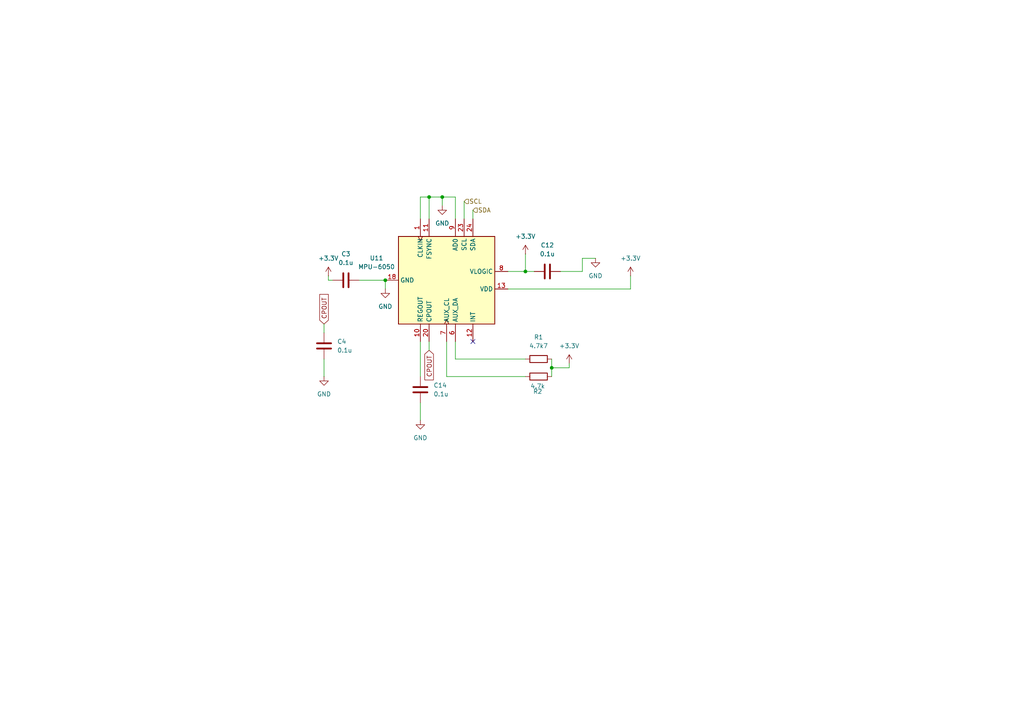
<source format=kicad_sch>
(kicad_sch (version 20250114) (generator "eeschema") (generator_version "9.0")
  (paper "A4")
  (lib_symbols
    (symbol "Device:C" (pin_numbers (hide yes)) (pin_names (offset 0.254))
      (property "Reference" "C" (at 0.635 2.54 0))
      (property "Value" "C" (at 0.635 -2.54 0))
      (symbol "C_0_1"
        (polyline (pts (xy -2.032 0.762) (xy 2.032 0.762)) (stroke (width 0.508)))
        (polyline (pts (xy -2.032 -0.762) (xy 2.032 -0.762)) (stroke (width 0.508)))
      )
      (symbol "C_1_1"
        (pin passive line (at 0 3.81 270) (length 2.794) (name "~") (number "1"))
        (pin passive line (at 0 -3.81 90) (length 2.794) (name "~") (number "2"))
      )
    )
    (symbol "Device:R" (pin_numbers (hide yes)) (pin_names (offset 0))
      (property "Reference" "R" (at 2.032 0 90))
      (property "Value" "R" (at 0 0 90))
      (symbol "R_0_1"
        (rectangle (start -1.016 -2.54) (end 1.016 2.54) (stroke (width 0.254)))
      )
      (symbol "R_1_1"
        (pin passive line (at 0 3.81 270) (length 1.27) (name "~") (number "1"))
        (pin passive line (at 0 -3.81 90) (length 1.27) (name "~") (number "2"))
      )
    )
    (symbol "Sensor_Motion:MPU-6050"
      (property "Reference" "U" (at -11.43 13.97 0))
      (property "Value" "MPU-6050" (at 7.62 -15.24 0))
      (symbol "MPU-6050_0_0"
        (text "" (at 12.7 -2.54 0) (effects (font (size 1.27 1.27))))
      )
      (symbol "MPU-6050_0_1"
        (rectangle (start -12.7 13.97) (end 12.7 -13.97) (stroke (width 0.254)) (fill (type background)))
      )
      (symbol "MPU-6050_1_1"
        (pin bidirectional line (at -17.78 7.62 0) (length 5.08) (name "SDA") (number "24"))
        (pin input line (at -17.78 5.08 0) (length 5.08) (name "SCL") (number "23"))
        (pin input line (at -17.78 2.54 0) (length 5.08) (name "AD0") (number "9"))
        (pin input line (at -17.78 -5.08 0) (length 5.08) (name "FSYNC") (number "11"))
        (pin input clock (at -17.78 -7.62 0) (length 5.08) (name "CLKIN") (number "1"))
        (pin no_connect line (at -12.7 12.7 0) (length 2.54) (hide yes) (name "NC") (number "2"))
        (pin no_connect line (at -12.7 10.16 0) (length 2.54) (hide yes) (name "NC") (number "3"))
        (pin no_connect line (at -12.7 0 0) (length 2.54) (hide yes) (name "NC") (number "4"))
        (pin no_connect line (at -12.7 -2.54 0) (length 2.54) (hide yes) (name "NC") (number "5"))
        (pin no_connect line (at -12.7 -10.16 0) (length 2.54) (hide yes) (name "NC") (number "14"))
        (pin power_in line (at -2.54 17.78 270) (length 3.81) (name "VLOGIC") (number "8"))
        (pin power_in line (at 0 -17.78 90) (length 3.81) (name "GND") (number "18"))
        (pin power_in line (at 2.54 17.78 270) (length 3.81) (name "VDD") (number "13"))
        (pin no_connect line (at 12.7 12.7 180) (length 2.54) (hide yes) (name "NC") (number "15"))
        (pin no_connect line (at 12.7 10.16 180) (length 2.54) (hide yes) (name "NC") (number "16"))
        (pin no_connect line (at 12.7 5.08 180) (length 2.54) (hide yes) (name "NC") (number "17"))
        (pin no_connect line (at 12.7 -2.54 180) (length 2.54) (hide yes) (name "RESV") (number "21"))
        (pin no_connect line (at 12.7 -10.16 180) (length 2.54) (hide yes) (name "RESV") (number "19"))
        (pin no_connect line (at 12.7 -12.7 180) (length 2.54) (hide yes) (name "RESV") (number "22"))
        (pin output line (at 17.78 7.62 180) (length 5.08) (name "INT") (number "12"))
        (pin bidirectional line (at 17.78 2.54 180) (length 5.08) (name "AUX_DA") (number "6"))
        (pin output clock (at 17.78 0 180) (length 5.08) (name "AUX_CL") (number "7"))
        (pin passive line (at 17.78 -5.08 180) (length 5.08) (name "CPOUT") (number "20"))
        (pin passive line (at 17.78 -7.62 180) (length 5.08) (name "REGOUT") (number "10"))
      )
    )
    (symbol "power:+3.3V" (power) (pin_numbers (hide yes)) (pin_names (offset 0) (hide yes))
      (property "Value" "+3.3V" (at 0 3.556 0))
      (symbol "+3.3V_0_1"
        (polyline (pts (xy -0.762 1.27) (xy 0 2.54)))
        (polyline (pts (xy 0 2.54) (xy 0.762 1.27)))
        (polyline (pts (xy 0 0) (xy 0 2.54)))
      )
      (symbol "+3.3V_1_1"
        (pin power_in line (at 0 0 90) (length 0) (name "~") (number "1"))
      )
    )
    (symbol "power:GND" (power) (pin_numbers (hide yes)) (pin_names (offset 0) (hide yes))
      (property "Value" "GND" (at 0 -3.81 0))
      (symbol "GND_0_1"
        (polyline (pts (xy 0 0) (xy 0 -1.27) (xy 1.27 -1.27) (xy 0 -2.54) (xy -1.27 -1.27) (xy 0 -1.27)))
      )
      (symbol "GND_1_1"
        (pin power_in line (at 0 0 270) (length 0) (name "~") (number "1"))
      )
    )
  )
  (junction (at 128.27 57.15))
  (junction (at 124.46 57.15))
  (junction (at 160.02 106.68))
  (junction (at 152.4 78.74))
  (junction (at 111.76 81.28))
  (no_connect (at 137.16 99.06))
  (wire (pts (xy 111.76 81.28) (xy 111.76 83.82)))
  (wire (pts (xy 129.54 109.22) (xy 152.4 109.22)))
  (wire (pts (xy 182.88 83.82) (xy 182.88 80.01)))
  (wire (pts (xy 104.14 81.28) (xy 111.76 81.28)))
  (wire (pts (xy 134.62 58.42) (xy 134.62 63.5)))
  (wire (pts (xy 128.27 57.15) (xy 132.08 57.15)))
  (wire (pts (xy 160.02 106.68) (xy 160.02 109.22)))
  (wire (pts (xy 165.1 105.41) (xy 165.1 106.68)))
  (wire (pts (xy 168.91 74.93) (xy 168.91 78.74)))
  (wire (pts (xy 147.32 78.74) (xy 152.4 78.74)))
  (wire (pts (xy 132.08 57.15) (xy 132.08 63.5)))
  (wire (pts (xy 128.27 59.69) (xy 128.27 57.15)))
  (wire (pts (xy 93.98 93.98) (xy 93.98 96.52)))
  (wire (pts (xy 121.92 121.92) (xy 121.92 116.84)))
  (wire (pts (xy 124.46 99.06) (xy 124.46 101.6)))
  (wire (pts (xy 137.16 60.96) (xy 137.16 63.5)))
  (wire (pts (xy 121.92 57.15) (xy 121.92 63.5)))
  (wire (pts (xy 160.02 104.14) (xy 160.02 106.68)))
  (wire (pts (xy 147.32 83.82) (xy 182.88 83.82)))
  (wire (pts (xy 152.4 73.66) (xy 152.4 78.74)))
  (wire (pts (xy 124.46 57.15) (xy 128.27 57.15)))
  (wire (pts (xy 121.92 57.15) (xy 124.46 57.15)))
  (wire (pts (xy 121.92 99.06) (xy 121.92 109.22)))
  (wire (pts (xy 132.08 99.06) (xy 132.08 104.14)))
  (wire (pts (xy 168.91 78.74) (xy 162.56 78.74)))
  (wire (pts (xy 129.54 99.06) (xy 129.54 109.22)))
  (wire (pts (xy 93.98 104.14) (xy 93.98 109.22)))
  (wire (pts (xy 168.91 74.93) (xy 172.72 74.93)))
  (wire (pts (xy 95.25 80.01) (xy 95.25 81.28)))
  (wire (pts (xy 132.08 104.14) (xy 152.4 104.14)))
  (wire (pts (xy 152.4 78.74) (xy 154.94 78.74)))
  (wire (pts (xy 95.25 81.28) (xy 96.52 81.28)))
  (wire (pts (xy 124.46 57.15) (xy 124.46 63.5)))
  (wire (pts (xy 160.02 106.68) (xy 165.1 106.68)))
  (global_label "CPOUT" (shape input) (at 93.98 93.98 90) (property "Intersheetrefs" "${INTERSHEET_REFS}" (effects (hide yes))))
  (global_label "CPOUT" (shape input) (at 124.46 101.6 270) (property "Intersheetrefs" "${INTERSHEET_REFS}" (effects (hide yes))))
  (hierarchical_label "SCL" (shape input) (at 134.62 58.42 0))
  (hierarchical_label "SDA" (shape input) (at 137.16 60.96 0))
  (symbol (lib_id "Device:C") (at 121.92 113.03 0) (unit 1)
    (property "Reference" "C14" (at 125.73 111.7599 0) (effects (justify left)))
    (property "Value" "0.1u" (at 125.73 114.2999 0) (effects (justify left)))
    (property "Footprint" "Capacitor_SMD:C_0603_1608Metric_Pad1.08x0.95mm_HandSolder" (effects (hide yes)))
    (property "Description" "Unpolarized capacitor" (effects (hide yes)))
  )
  (symbol (lib_id "power:GND") (at 111.76 83.82 0) (unit 1)
    (property "Reference" "#PWR05" (effects (hide yes)))
    (property "Value" "GND" (at 111.76 88.9 0))
    (property "Description" "Power symbol creates a global label with name \"GND\" , ground" (effects (hide yes)))
  )
  (symbol (lib_id "Device:C") (at 158.75 78.74 90) (unit 1)
    (property "Reference" "C12" (at 158.75 71.12 90))
    (property "Value" "0.1u" (at 158.75 73.66 90))
    (property "Footprint" "Capacitor_SMD:C_0603_1608Metric_Pad1.08x0.95mm_HandSolder" (effects (hide yes)))
    (property "Description" "Unpolarized capacitor" (effects (hide yes)))
  )
  (symbol (lib_id "power:+3.3V") (at 95.25 80.01 0) (unit 1)
    (property "Reference" "#PWR013" (effects (hide yes)))
    (property "Value" "+3.3V" (at 95.25 74.93 0))
    (property "Description" "Power symbol creates a global label with name \"+3.3V\"" (effects (hide yes)))
  )
  (symbol (lib_id "power:+3.3V") (at 152.4 73.66 0) (unit 1)
    (property "Reference" "#PWR03" (effects (hide yes)))
    (property "Value" "+3.3V" (at 152.4 68.58 0))
    (property "Description" "Power symbol creates a global label with name \"+3.3V\"" (effects (hide yes)))
  )
  (symbol (lib_id "power:GND") (at 128.27 59.69 0) (unit 1)
    (property "Reference" "#PWR042" (effects (hide yes)))
    (property "Value" "GND" (at 128.27 64.77 0))
    (property "Description" "Power symbol creates a global label with name \"GND\" , ground" (effects (hide yes)))
  )
  (symbol (lib_id "power:GND") (at 172.72 74.93 0) (unit 1)
    (property "Reference" "#PWR02" (effects (hide yes)))
    (property "Value" "GND" (at 172.72 80.01 0))
    (property "Description" "Power symbol creates a global label with name \"GND\" , ground" (effects (hide yes)))
  )
  (symbol (lib_id "Device:C") (at 100.33 81.28 90) (unit 1)
    (property "Reference" "C3" (at 100.33 73.66 90))
    (property "Value" "0.1u" (at 100.33 76.2 90))
    (property "Footprint" "Capacitor_SMD:C_0603_1608Metric_Pad1.08x0.95mm_HandSolder" (effects (hide yes)))
    (property "Description" "Unpolarized capacitor" (effects (hide yes)))
  )
  (symbol (lib_id "Device:R") (at 156.21 109.22 90) (unit 1)
    (property "Reference" "R2" (at 155.956 113.538 90))
    (property "Value" "4.7k" (at 155.956 112.014 90))
    (property "Footprint" "Resistor_SMD:R_0603_1608Metric" (effects (hide yes)))
    (property "Description" "Resistor" (effects (hide yes)))
  )
  (symbol (lib_id "power:GND") (at 121.92 121.92 0) (unit 1)
    (property "Reference" "#PWR01" (effects (hide yes)))
    (property "Value" "GND" (at 121.92 127 0))
    (property "Description" "Power symbol creates a global label with name \"GND\" , ground" (effects (hide yes)))
  )
  (symbol (lib_id "power:+3.3V") (at 165.1 105.41 0) (unit 1)
    (property "Reference" "#PWR04" (effects (hide yes)))
    (property "Value" "+3.3V" (at 165.1 100.33 0))
    (property "Description" "Power symbol creates a global label with name \"+3.3V\"" (effects (hide yes)))
  )
  (symbol (lib_id "power:+3.3V") (at 182.88 80.01 0) (unit 1)
    (property "Reference" "#PWR06" (effects (hide yes)))
    (property "Value" "+3.3V" (at 182.88 74.93 0))
    (property "Description" "Power symbol creates a global label with name \"+3.3V\"" (effects (hide yes)))
  )
  (symbol (lib_id "Sensor_Motion:MPU-6050") (at 129.54 81.28 270) (unit 1)
    (property "Reference" "U11" (at 109.22 74.8598 90))
    (property "Value" "MPU-6050" (at 109.22 77.3998 90))
    (property "Footprint" "Sensor_Motion:InvenSense_QFN-24_4x4mm_P0.5mm" (effects (hide yes)))
    (property "Datasheet" "https://invensense.tdk.com/wp-content/uploads/2015/02/MPU-6000-Datasheet1.pdf" (effects (hide yes)))
    (property "Description" "InvenSense 6-Axis Motion Sensor, Gyroscope, Accelerometer, I2C" (effects (hide yes)))
  )
  (symbol (lib_id "power:GND") (at 93.98 109.22 0) (unit 1)
    (property "Reference" "#PWR07" (effects (hide yes)))
    (property "Value" "GND" (at 93.98 114.3 0))
    (property "Description" "Power symbol creates a global label with name \"GND\" , ground" (effects (hide yes)))
  )
  (symbol (lib_id "Device:C") (at 93.98 100.33 180) (unit 1)
    (property "Reference" "C4" (at 97.79 99.0599 0) (effects (justify right)))
    (property "Value" "0.1u" (at 97.79 101.5999 0) (effects (justify right)))
    (property "Footprint" "Capacitor_SMD:C_0603_1608Metric_Pad1.08x0.95mm_HandSolder" (effects (hide yes)))
    (property "Description" "Unpolarized capacitor" (effects (hide yes)))
  )
  (symbol (lib_id "Device:R") (at 156.21 104.14 90) (unit 1)
    (property "Reference" "R1" (at 156.21 97.79 90))
    (property "Value" "4.7k7" (at 156.21 100.33 90))
    (property "Footprint" "Resistor_SMD:R_0603_1608Metric" (effects (hide yes)))
    (property "Description" "Resistor" (effects (hide yes)))
  )
)
</source>
